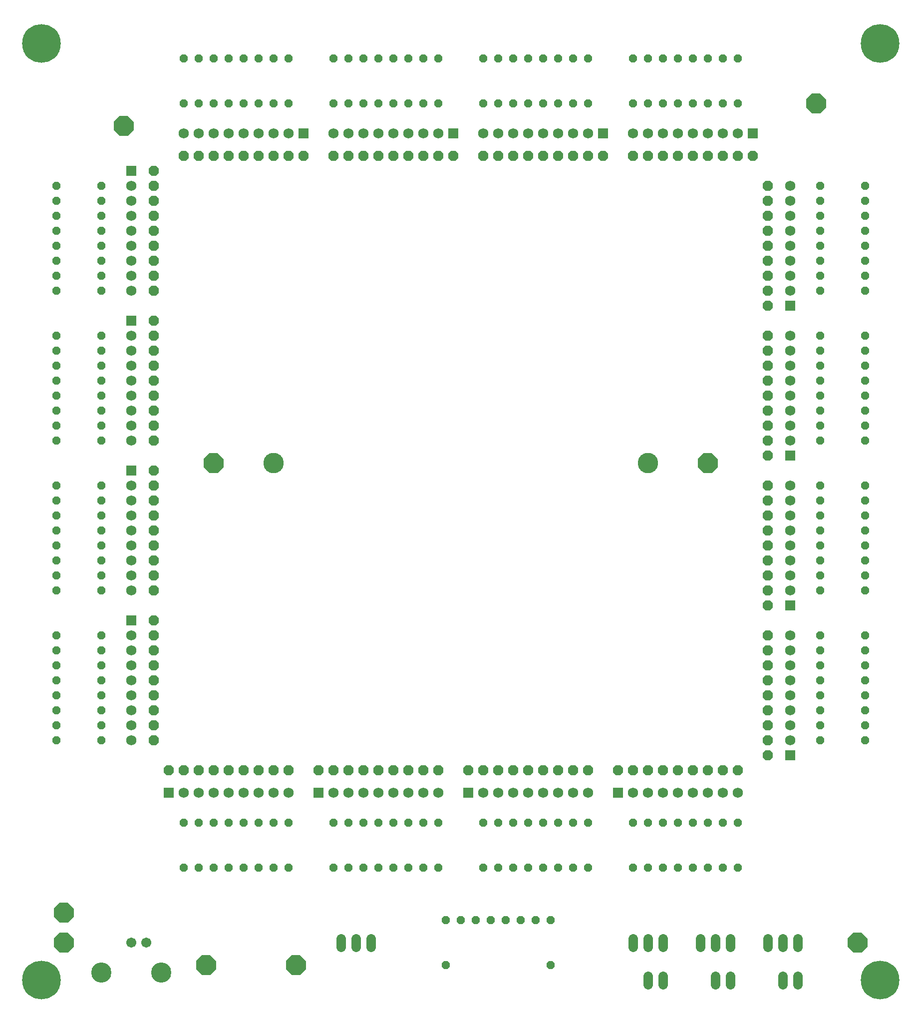
<source format=gbs>
G75*
%MOIN*%
%OFA0B0*%
%FSLAX24Y24*%
%IPPOS*%
%LPD*%
%AMOC8*
5,1,8,0,0,1.08239X$1,22.5*
%
%ADD10C,0.1365*%
%ADD11C,0.1346*%
%ADD12C,0.0671*%
%ADD13R,0.0680X0.0680*%
%ADD14C,0.0680*%
%ADD15C,0.0620*%
%ADD16OC8,0.0552*%
%ADD17OC8,0.0680*%
%ADD18OC8,0.1320*%
%ADD19C,0.2580*%
D10*
X020650Y043150D03*
X045650Y043150D03*
D11*
X013150Y009150D03*
X009150Y009150D03*
D12*
X011150Y011150D03*
X012150Y011150D03*
D13*
X013650Y021150D03*
X023650Y021150D03*
X033650Y021150D03*
X043650Y021150D03*
X055150Y023650D03*
X055150Y033650D03*
X055150Y043650D03*
X055150Y053650D03*
X052650Y065150D03*
X042650Y065150D03*
X032650Y065150D03*
X022650Y065150D03*
X011150Y062650D03*
X011150Y052650D03*
X011150Y042650D03*
X011150Y032650D03*
D14*
X011150Y031650D03*
X011150Y030650D03*
X011150Y029650D03*
X011150Y028650D03*
X011150Y027650D03*
X011150Y026650D03*
X011150Y025650D03*
X011150Y024650D03*
X014650Y021150D03*
X015650Y021150D03*
X016650Y021150D03*
X017650Y021150D03*
X018650Y021150D03*
X019650Y021150D03*
X020650Y021150D03*
X021650Y021150D03*
X024650Y021150D03*
X025650Y021150D03*
X026650Y021150D03*
X027650Y021150D03*
X028650Y021150D03*
X029650Y021150D03*
X030650Y021150D03*
X031650Y021150D03*
X034650Y021150D03*
X035650Y021150D03*
X036650Y021150D03*
X037650Y021150D03*
X038650Y021150D03*
X039650Y021150D03*
X040650Y021150D03*
X041650Y021150D03*
X044650Y021150D03*
X045650Y021150D03*
X046650Y021150D03*
X047650Y021150D03*
X048650Y021150D03*
X049650Y021150D03*
X050650Y021150D03*
X051650Y021150D03*
X055150Y024650D03*
X055150Y025650D03*
X055150Y026650D03*
X055150Y027650D03*
X055150Y028650D03*
X055150Y029650D03*
X055150Y030650D03*
X055150Y031650D03*
X055150Y034650D03*
X055150Y035650D03*
X055150Y036650D03*
X055150Y037650D03*
X055150Y038650D03*
X055150Y039650D03*
X055150Y040650D03*
X055150Y041650D03*
X055150Y044650D03*
X055150Y045650D03*
X055150Y046650D03*
X055150Y047650D03*
X055150Y048650D03*
X055150Y049650D03*
X055150Y050650D03*
X055150Y051650D03*
X055150Y054650D03*
X055150Y055650D03*
X055150Y056650D03*
X055150Y057650D03*
X055150Y058650D03*
X055150Y059650D03*
X055150Y060650D03*
X055150Y061650D03*
X051650Y065150D03*
X050650Y065150D03*
X049650Y065150D03*
X048650Y065150D03*
X047650Y065150D03*
X046650Y065150D03*
X045650Y065150D03*
X044650Y065150D03*
X041650Y065150D03*
X040650Y065150D03*
X039650Y065150D03*
X038650Y065150D03*
X037650Y065150D03*
X036650Y065150D03*
X035650Y065150D03*
X034650Y065150D03*
X031650Y065150D03*
X030650Y065150D03*
X029650Y065150D03*
X028650Y065150D03*
X027650Y065150D03*
X026650Y065150D03*
X025650Y065150D03*
X024650Y065150D03*
X021650Y065150D03*
X020650Y065150D03*
X019650Y065150D03*
X018650Y065150D03*
X017650Y065150D03*
X016650Y065150D03*
X015650Y065150D03*
X014650Y065150D03*
X011150Y061650D03*
X011150Y060650D03*
X011150Y059650D03*
X011150Y058650D03*
X011150Y057650D03*
X011150Y056650D03*
X011150Y055650D03*
X011150Y054650D03*
X011150Y051650D03*
X011150Y050650D03*
X011150Y049650D03*
X011150Y048650D03*
X011150Y047650D03*
X011150Y046650D03*
X011150Y045650D03*
X011150Y044650D03*
X011150Y041650D03*
X011150Y040650D03*
X011150Y039650D03*
X011150Y038650D03*
X011150Y037650D03*
X011150Y036650D03*
X011150Y035650D03*
X011150Y034650D03*
D15*
X025150Y011420D02*
X025150Y010880D01*
X026150Y010880D02*
X026150Y011420D01*
X027150Y011420D02*
X027150Y010880D01*
X044650Y010880D02*
X044650Y011420D01*
X045650Y011420D02*
X045650Y010880D01*
X046650Y010880D02*
X046650Y011420D01*
X049150Y011420D02*
X049150Y010880D01*
X050150Y010880D02*
X050150Y011420D01*
X051150Y011420D02*
X051150Y010880D01*
X051150Y008920D02*
X051150Y008380D01*
X050150Y008380D02*
X050150Y008920D01*
X046650Y008920D02*
X046650Y008380D01*
X045650Y008380D02*
X045650Y008920D01*
X053650Y010880D02*
X053650Y011420D01*
X054650Y011420D02*
X054650Y010880D01*
X055650Y010880D02*
X055650Y011420D01*
X055650Y008920D02*
X055650Y008380D01*
X054650Y008380D02*
X054650Y008920D01*
D16*
X051650Y016150D03*
X050650Y016150D03*
X049650Y016150D03*
X048650Y016150D03*
X047650Y016150D03*
X046650Y016150D03*
X045650Y016150D03*
X044650Y016150D03*
X044650Y019150D03*
X045650Y019150D03*
X046650Y019150D03*
X047650Y019150D03*
X048650Y019150D03*
X049650Y019150D03*
X050650Y019150D03*
X051650Y019150D03*
X057150Y024650D03*
X057150Y025650D03*
X057150Y026650D03*
X057150Y027650D03*
X057150Y028650D03*
X057150Y029650D03*
X057150Y030650D03*
X057150Y031650D03*
X057150Y034650D03*
X057150Y035650D03*
X057150Y036650D03*
X057150Y037650D03*
X057150Y038650D03*
X057150Y039650D03*
X057150Y040650D03*
X057150Y041650D03*
X057150Y044650D03*
X057150Y045650D03*
X057150Y046650D03*
X057150Y047650D03*
X057150Y048650D03*
X057150Y049650D03*
X057150Y050650D03*
X057150Y051650D03*
X057150Y054650D03*
X057150Y055650D03*
X057150Y056650D03*
X057150Y057650D03*
X057150Y058650D03*
X057150Y059650D03*
X057150Y060650D03*
X057150Y061650D03*
X060150Y061650D03*
X060150Y060650D03*
X060150Y059650D03*
X060150Y058650D03*
X060150Y057650D03*
X060150Y056650D03*
X060150Y055650D03*
X060150Y054650D03*
X060150Y051650D03*
X060150Y050650D03*
X060150Y049650D03*
X060150Y048650D03*
X060150Y047650D03*
X060150Y046650D03*
X060150Y045650D03*
X060150Y044650D03*
X060150Y041650D03*
X060150Y040650D03*
X060150Y039650D03*
X060150Y038650D03*
X060150Y037650D03*
X060150Y036650D03*
X060150Y035650D03*
X060150Y034650D03*
X060150Y031650D03*
X060150Y030650D03*
X060150Y029650D03*
X060150Y028650D03*
X060150Y027650D03*
X060150Y026650D03*
X060150Y025650D03*
X060150Y024650D03*
X041650Y019150D03*
X040650Y019150D03*
X039650Y019150D03*
X038650Y019150D03*
X037650Y019150D03*
X036650Y019150D03*
X035650Y019150D03*
X034650Y019150D03*
X034650Y016150D03*
X035650Y016150D03*
X036650Y016150D03*
X037650Y016150D03*
X038650Y016150D03*
X039650Y016150D03*
X040650Y016150D03*
X041650Y016150D03*
X039150Y012650D03*
X038150Y012650D03*
X037150Y012650D03*
X036150Y012650D03*
X035150Y012650D03*
X034150Y012650D03*
X033150Y012650D03*
X032150Y012650D03*
X032150Y009650D03*
X031650Y016150D03*
X030650Y016150D03*
X029650Y016150D03*
X028650Y016150D03*
X027650Y016150D03*
X026650Y016150D03*
X025650Y016150D03*
X024650Y016150D03*
X024650Y019150D03*
X025650Y019150D03*
X026650Y019150D03*
X027650Y019150D03*
X028650Y019150D03*
X029650Y019150D03*
X030650Y019150D03*
X031650Y019150D03*
X039150Y009650D03*
X021650Y016150D03*
X020650Y016150D03*
X019650Y016150D03*
X018650Y016150D03*
X017650Y016150D03*
X016650Y016150D03*
X015650Y016150D03*
X014650Y016150D03*
X014650Y019150D03*
X015650Y019150D03*
X016650Y019150D03*
X017650Y019150D03*
X018650Y019150D03*
X019650Y019150D03*
X020650Y019150D03*
X021650Y019150D03*
X009150Y024650D03*
X009150Y025650D03*
X009150Y026650D03*
X009150Y027650D03*
X009150Y028650D03*
X009150Y029650D03*
X009150Y030650D03*
X009150Y031650D03*
X009150Y034650D03*
X009150Y035650D03*
X009150Y036650D03*
X009150Y037650D03*
X009150Y038650D03*
X009150Y039650D03*
X009150Y040650D03*
X009150Y041650D03*
X009150Y044650D03*
X009150Y045650D03*
X009150Y046650D03*
X009150Y047650D03*
X009150Y048650D03*
X009150Y049650D03*
X009150Y050650D03*
X009150Y051650D03*
X009150Y054650D03*
X009150Y055650D03*
X009150Y056650D03*
X009150Y057650D03*
X009150Y058650D03*
X009150Y059650D03*
X009150Y060650D03*
X009150Y061650D03*
X006150Y061650D03*
X006150Y060650D03*
X006150Y059650D03*
X006150Y058650D03*
X006150Y057650D03*
X006150Y056650D03*
X006150Y055650D03*
X006150Y054650D03*
X006150Y051650D03*
X006150Y050650D03*
X006150Y049650D03*
X006150Y048650D03*
X006150Y047650D03*
X006150Y046650D03*
X006150Y045650D03*
X006150Y044650D03*
X006150Y041650D03*
X006150Y040650D03*
X006150Y039650D03*
X006150Y038650D03*
X006150Y037650D03*
X006150Y036650D03*
X006150Y035650D03*
X006150Y034650D03*
X006150Y031650D03*
X006150Y030650D03*
X006150Y029650D03*
X006150Y028650D03*
X006150Y027650D03*
X006150Y026650D03*
X006150Y025650D03*
X006150Y024650D03*
X014650Y067150D03*
X015650Y067150D03*
X016650Y067150D03*
X017650Y067150D03*
X018650Y067150D03*
X019650Y067150D03*
X020650Y067150D03*
X021650Y067150D03*
X021650Y070150D03*
X020650Y070150D03*
X019650Y070150D03*
X018650Y070150D03*
X017650Y070150D03*
X016650Y070150D03*
X015650Y070150D03*
X014650Y070150D03*
X024650Y070150D03*
X025650Y070150D03*
X026650Y070150D03*
X027650Y070150D03*
X028650Y070150D03*
X029650Y070150D03*
X030650Y070150D03*
X031650Y070150D03*
X034650Y070150D03*
X035650Y070150D03*
X036650Y070150D03*
X037650Y070150D03*
X038650Y070150D03*
X039650Y070150D03*
X040650Y070150D03*
X041650Y070150D03*
X041650Y067150D03*
X040650Y067150D03*
X039650Y067150D03*
X038650Y067150D03*
X037650Y067150D03*
X036650Y067150D03*
X035650Y067150D03*
X034650Y067150D03*
X031650Y067150D03*
X030650Y067150D03*
X029650Y067150D03*
X028650Y067150D03*
X027650Y067150D03*
X026650Y067150D03*
X025650Y067150D03*
X024650Y067150D03*
X044650Y067150D03*
X045650Y067150D03*
X046650Y067150D03*
X047650Y067150D03*
X048650Y067150D03*
X049650Y067150D03*
X050650Y067150D03*
X051650Y067150D03*
X051650Y070150D03*
X050650Y070150D03*
X049650Y070150D03*
X048650Y070150D03*
X047650Y070150D03*
X046650Y070150D03*
X045650Y070150D03*
X044650Y070150D03*
D17*
X044650Y063650D03*
X045650Y063650D03*
X046650Y063650D03*
X047650Y063650D03*
X048650Y063650D03*
X049650Y063650D03*
X050650Y063650D03*
X051650Y063650D03*
X052650Y063650D03*
X053650Y061650D03*
X053650Y060650D03*
X053650Y059650D03*
X053650Y058650D03*
X053650Y057650D03*
X053650Y056650D03*
X053650Y055650D03*
X053650Y054650D03*
X053650Y053650D03*
X053650Y051650D03*
X053650Y050650D03*
X053650Y049650D03*
X053650Y048650D03*
X053650Y047650D03*
X053650Y046650D03*
X053650Y045650D03*
X053650Y044650D03*
X053650Y043650D03*
X053650Y041650D03*
X053650Y040650D03*
X053650Y039650D03*
X053650Y038650D03*
X053650Y037650D03*
X053650Y036650D03*
X053650Y035650D03*
X053650Y034650D03*
X053650Y033650D03*
X053650Y031650D03*
X053650Y030650D03*
X053650Y029650D03*
X053650Y028650D03*
X053650Y027650D03*
X053650Y026650D03*
X053650Y025650D03*
X053650Y024650D03*
X053650Y023650D03*
X051650Y022650D03*
X050650Y022650D03*
X049650Y022650D03*
X048650Y022650D03*
X047650Y022650D03*
X046650Y022650D03*
X045650Y022650D03*
X044650Y022650D03*
X043650Y022650D03*
X041650Y022650D03*
X040650Y022650D03*
X039650Y022650D03*
X038650Y022650D03*
X037650Y022650D03*
X036650Y022650D03*
X035650Y022650D03*
X034650Y022650D03*
X033650Y022650D03*
X031650Y022650D03*
X030650Y022650D03*
X029650Y022650D03*
X028650Y022650D03*
X027650Y022650D03*
X026650Y022650D03*
X025650Y022650D03*
X024650Y022650D03*
X023650Y022650D03*
X021650Y022650D03*
X020650Y022650D03*
X019650Y022650D03*
X018650Y022650D03*
X017650Y022650D03*
X016650Y022650D03*
X015650Y022650D03*
X014650Y022650D03*
X013650Y022650D03*
X012650Y024650D03*
X012650Y025650D03*
X012650Y026650D03*
X012650Y027650D03*
X012650Y028650D03*
X012650Y029650D03*
X012650Y030650D03*
X012650Y031650D03*
X012650Y032650D03*
X012650Y034650D03*
X012650Y035650D03*
X012650Y036650D03*
X012650Y037650D03*
X012650Y038650D03*
X012650Y039650D03*
X012650Y040650D03*
X012650Y041650D03*
X012650Y042650D03*
X012650Y044650D03*
X012650Y045650D03*
X012650Y046650D03*
X012650Y047650D03*
X012650Y048650D03*
X012650Y049650D03*
X012650Y050650D03*
X012650Y051650D03*
X012650Y052650D03*
X012650Y054650D03*
X012650Y055650D03*
X012650Y056650D03*
X012650Y057650D03*
X012650Y058650D03*
X012650Y059650D03*
X012650Y060650D03*
X012650Y061650D03*
X012650Y062650D03*
X014650Y063650D03*
X015650Y063650D03*
X016650Y063650D03*
X017650Y063650D03*
X018650Y063650D03*
X019650Y063650D03*
X020650Y063650D03*
X021650Y063650D03*
X022650Y063650D03*
X024650Y063650D03*
X025650Y063650D03*
X026650Y063650D03*
X027650Y063650D03*
X028650Y063650D03*
X029650Y063650D03*
X030650Y063650D03*
X031650Y063650D03*
X032650Y063650D03*
X034650Y063650D03*
X035650Y063650D03*
X036650Y063650D03*
X037650Y063650D03*
X038650Y063650D03*
X039650Y063650D03*
X040650Y063650D03*
X041650Y063650D03*
X042650Y063650D03*
D18*
X056900Y067150D03*
X049650Y043150D03*
X059650Y011150D03*
X022150Y009650D03*
X016150Y009650D03*
X006650Y011150D03*
X006650Y013150D03*
X016650Y043150D03*
X010650Y065650D03*
D19*
X005150Y008650D03*
X005150Y071150D03*
X061150Y071150D03*
X061150Y008650D03*
M02*

</source>
